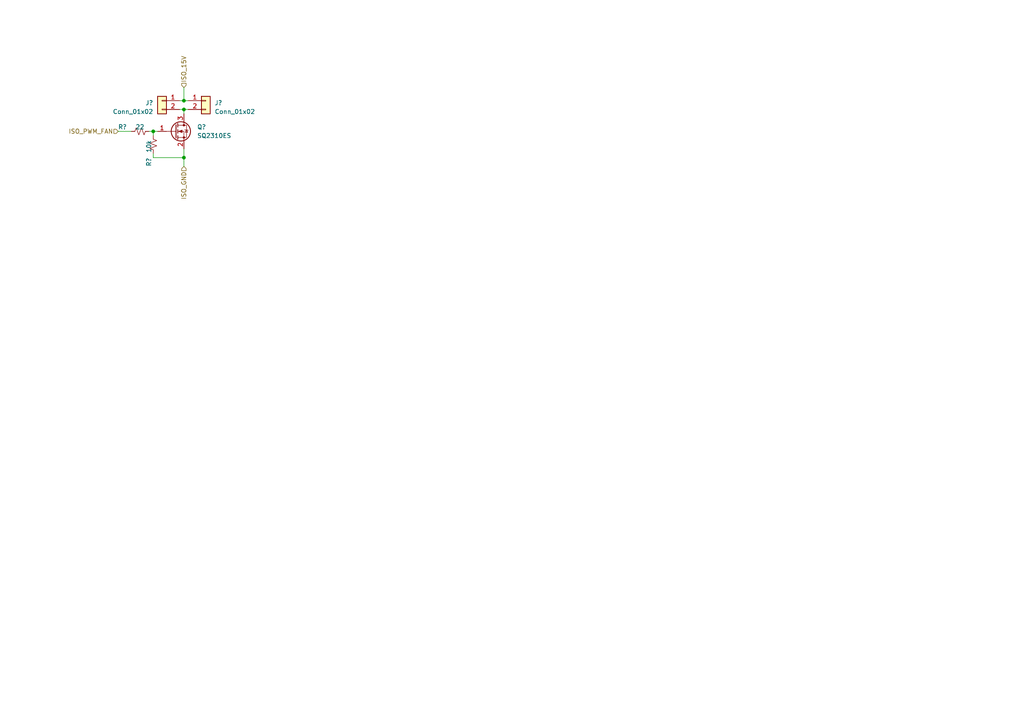
<source format=kicad_sch>
(kicad_sch (version 20230121) (generator eeschema)
  (paper "A4")
  (title_block (title "AAP Inverter") (date "2023-05-01") (company "ENSEA"))
  (lib_symbols
    (symbol "Connector_Generic:Conn_01x02" (pin_names (offset 1.016) hide)
      (property "Reference" "J" (at 0 2.54 0))
      (property "Value" "Conn_01x02" (at 0 -5.08 0))
      (symbol "Conn_01x02_1_1"
        (rectangle (start -1.27 -2.413) (end 0 -2.667) (stroke (width 0.1524)))
        (rectangle (start -1.27 0.127) (end 0 -0.127) (stroke (width 0.1524)))
        (rectangle (start -1.27 1.27) (end 1.27 -3.81) (stroke (width 0.254)) (fill (type background)))
        (pin passive line (at -5.08 0 0) (length 3.81) (name "Pin_1") (number "1"))
        (pin passive line (at -5.08 -2.54 0) (length 3.81) (name "Pin_2") (number "2"))
      )
    )
    (symbol "Device:Q_NMOS_GSD" (pin_names (offset 0) hide)
      (property "Reference" "Q" (at 5.08 1.27 0))
      (property "Value" "Q_NMOS_GSD" (at 5.08 -1.27 0))
      (symbol "Q_NMOS_GSD_0_1"
        (polyline (pts (xy 0.254 0) (xy -2.54 0)))
        (polyline (pts (xy 0.254 1.905) (xy 0.254 -1.905)) (stroke (width 0.254)))
        (polyline (pts (xy 0.762 -1.27) (xy 0.762 -2.286)) (stroke (width 0.254)))
        (polyline (pts (xy 0.762 0.508) (xy 0.762 -0.508)) (stroke (width 0.254)))
        (polyline (pts (xy 0.762 2.286) (xy 0.762 1.27)) (stroke (width 0.254)))
        (polyline (pts (xy 2.54 2.54) (xy 2.54 1.778)))
        (polyline (pts (xy 2.54 -2.54) (xy 2.54 0) (xy 0.762 0)))
        (polyline (pts (xy 0.762 -1.778) (xy 3.302 -1.778) (xy 3.302 1.778) (xy 0.762 1.778)))
        (polyline (pts (xy 1.016 0) (xy 2.032 0.381) (xy 2.032 -0.381) (xy 1.016 0)) (fill (type outline)))
        (polyline (pts (xy 2.794 0.508) (xy 2.921 0.381) (xy 3.683 0.381) (xy 3.81 0.254)))
        (polyline (pts (xy 3.302 0.381) (xy 2.921 -0.254) (xy 3.683 -0.254) (xy 3.302 0.381)))
        (circle (center 1.651 0) (radius 2.794) (stroke (width 0.254)))
        (circle (center 2.54 -1.778) (radius 0.254) (fill (type outline)))
        (circle (center 2.54 1.778) (radius 0.254) (fill (type outline)))
      )
      (symbol "Q_NMOS_GSD_1_1"
        (pin input line (at -5.08 0 0) (length 2.54) (name "G") (number "1"))
        (pin passive line (at 2.54 -5.08 90) (length 2.54) (name "S") (number "2"))
        (pin passive line (at 2.54 5.08 270) (length 2.54) (name "D") (number "3"))
      )
    )
    (symbol "Device:R_Small_US" (pin_numbers hide) (pin_names (offset 0.254) hide)
      (property "Reference" "R" (at 0.762 0.508 0))
      (property "Value" "R_Small_US" (at 0.762 -1.016 0))
      (symbol "R_Small_US_1_1"
        (polyline (pts (xy 0 0) (xy 1.016 -0.381) (xy 0 -0.762) (xy -1.016 -1.143) (xy 0 -1.524)))
        (polyline (pts (xy 0 1.524) (xy 1.016 1.143) (xy 0 0.762) (xy -1.016 0.381) (xy 0 0)))
        (pin passive line (at 0 2.54 270) (length 1.016) (name "~") (number "1"))
        (pin passive line (at 0 -2.54 90) (length 1.016) (name "~") (number "2"))
      )
    )
  )
  (junction (at 53.34 31.75))
  (junction (at 44.45 38.1))
  (junction (at 53.34 29.21))
  (junction (at 53.34 45.72))
  (wire (pts (xy 44.45 38.1) (xy 44.45 39.37)))
  (wire (pts (xy 44.45 38.1) (xy 45.72 38.1)))
  (wire (pts (xy 44.45 45.72) (xy 53.34 45.72)))
  (wire (pts (xy 44.45 44.45) (xy 44.45 45.72)))
  (wire (pts (xy 52.07 31.75) (xy 53.34 31.75)))
  (wire (pts (xy 53.34 31.75) (xy 53.34 33.02)))
  (wire (pts (xy 53.34 29.21) (xy 54.61 29.21)))
  (wire (pts (xy 53.34 25.4) (xy 53.34 29.21)))
  (wire (pts (xy 52.07 29.21) (xy 53.34 29.21)))
  (wire (pts (xy 53.34 45.72) (xy 53.34 48.26)))
  (wire (pts (xy 34.29 38.1) (xy 38.1 38.1)))
  (wire (pts (xy 43.18 38.1) (xy 44.45 38.1)))
  (wire (pts (xy 53.34 31.75) (xy 54.61 31.75)))
  (wire (pts (xy 53.34 43.18) (xy 53.34 45.72)))
  (hierarchical_label "ISO_15V" (shape input) (at 53.34 25.4 90))
  (hierarchical_label "ISO_PWM_FAN" (shape input) (at 34.29 38.1 180))
  (hierarchical_label "ISO_GND" (shape input) (at 53.34 48.26 270))
  (symbol (lib_id "Device:Q_NMOS_GSD") (at 50.8 38.1 0) (unit 1)
    (property "Reference" "Q?" (at 57.15 36.8299 0) (effects (justify left)))
    (property "Value" "SQ2310ES" (at 57.15 39.3699 0) (effects (justify left)))
    (property "Footprint" "Package_TO_SOT_SMD:SOT-23" (effects hide))
    (instances (project "Inverter_KiCAD" (path "" (reference "Q?") (unit 1)) (path "" (reference "Q?") (unit 1)) (path "" (reference "Q1101") (unit 1))) (project "QuadCop" (path "" (reference "Q?") (unit 1))))
  )
  (symbol (lib_id "Device:R_Small_US") (at 40.64 38.1 270) (unit 1)
    (property "Reference" "R?" (at 36.83 36.83 90) (effects (justify right)))
    (property "Value" "22" (at 41.91 36.83 90) (effects (justify right)))
    (property "Footprint" "Resistor_SMD:R_0402_1005Metric_Pad0.72x0.64mm_HandSolder" (effects hide))
    (instances (project "Inverter_KiCAD" (path "" (reference "R?") (unit 1)) (path "" (reference "R?") (unit 1)) (path "" (reference "R1101") (unit 1))) (project "QuadCop" (path "" (reference "R?") (unit 1))))
  )
  (symbol (lib_id "Connector_Generic:Conn_01x02") (at 46.99 29.21 0) (mirror y) (unit 1)
    (property "Reference" "J?" (at 44.45 29.845 0) (effects (justify left)))
    (property "Value" "Conn_01x02" (at 44.45 32.385 0) (effects (justify left)))
    (property "Footprint" "Connector_JST:JST_XH_B2B-XH-A_1x02_P2.50mm_Vertical" (effects hide))
    (instances (project "Inverter_KiCAD" (path "" (reference "J?") (unit 1)) (path "" (reference "J?") (unit 1)) (path "" (reference "J1101") (unit 1))))
  )
  (symbol (lib_id "Connector_Generic:Conn_01x02") (at 59.69 29.21 0) (unit 1)
    (property "Reference" "J?" (at 62.23 29.845 0) (effects (justify left)))
    (property "Value" "Conn_01x02" (at 62.23 32.385 0) (effects (justify left)))
    (property "Footprint" "Connector_JST:JST_XH_B2B-XH-A_1x02_P2.50mm_Vertical" (effects hide))
    (instances (project "Inverter_KiCAD" (path "" (reference "J?") (unit 1)) (path "" (reference "J?") (unit 1)) (path "" (reference "J1102") (unit 1))))
  )
  (symbol (lib_id "Device:R_Small_US") (at 44.45 41.91 0) (unit 1)
    (property "Reference" "R?" (at 43.18 45.72 90) (effects (justify right)))
    (property "Value" "10k" (at 43.18 40.64 90) (effects (justify right)))
    (property "Footprint" "Resistor_SMD:R_0402_1005Metric_Pad0.72x0.64mm_HandSolder" (effects hide))
    (instances (project "Inverter_KiCAD" (path "" (reference "R?") (unit 1)) (path "" (reference "R?") (unit 1)) (path "" (reference "R1102") (unit 1))) (project "QuadCop" (path "" (reference "R?") (unit 1))))
  )
)
</source>
